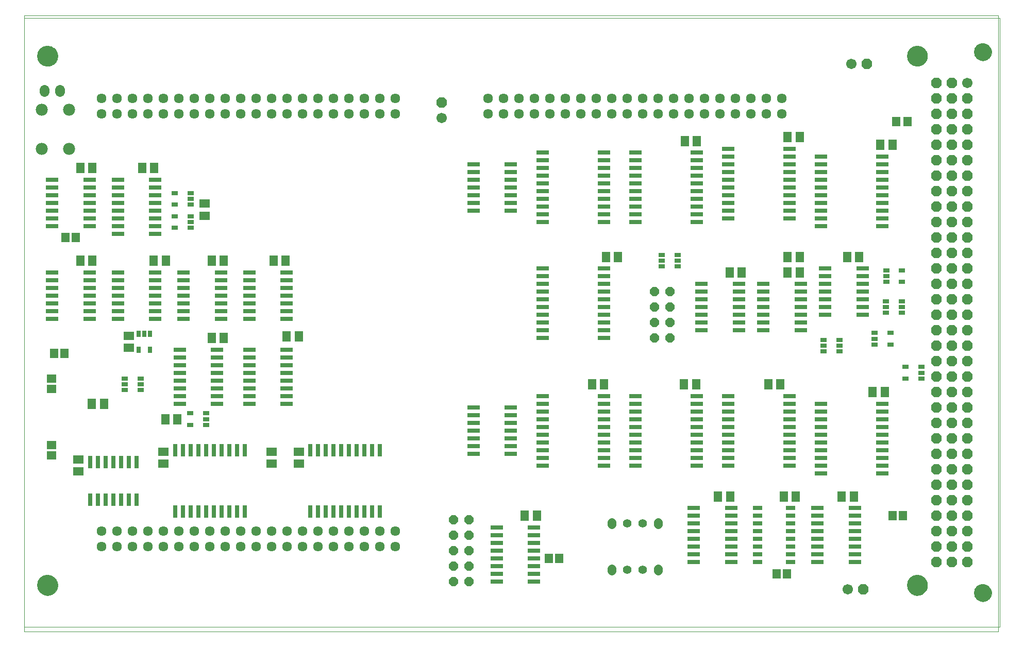
<source format=gts>
G75*
G70*
%OFA0B0*%
%FSLAX24Y24*%
%IPPOS*%
%LPD*%
%AMOC8*
5,1,8,0,0,1.08239X$1,22.5*
%
%ADD10C,0.0000*%
%ADD11R,0.0631X0.0552*%
%ADD12R,0.0552X0.0670*%
%ADD13R,0.0591X0.0276*%
%ADD14R,0.0840X0.0300*%
%ADD15C,0.0780*%
%ADD16C,0.0640*%
%ADD17OC8,0.0600*%
%ADD18R,0.0670X0.0552*%
%ADD19R,0.0552X0.0631*%
%ADD20R,0.0300X0.0840*%
%ADD21C,0.0670*%
%ADD22OC8,0.0670*%
%ADD23C,0.1140*%
%ADD24C,0.0634*%
%ADD25R,0.0430X0.0312*%
%ADD26R,0.0312X0.0430*%
%ADD27C,0.1340*%
%ADD28R,0.0433X0.0315*%
%ADD29C,0.0560*%
%ADD30C,0.0555*%
D10*
X004848Y007120D02*
X004848Y046990D01*
X067840Y046990D01*
X067840Y007120D01*
X004848Y007120D01*
X004848Y007430D02*
X004848Y046810D01*
X067948Y046810D01*
X067948Y007430D01*
X004848Y007430D01*
X005698Y010120D02*
X005700Y010170D01*
X005706Y010220D01*
X005716Y010270D01*
X005729Y010318D01*
X005746Y010366D01*
X005767Y010412D01*
X005791Y010456D01*
X005819Y010498D01*
X005850Y010538D01*
X005884Y010575D01*
X005921Y010610D01*
X005960Y010641D01*
X006001Y010670D01*
X006045Y010695D01*
X006091Y010717D01*
X006138Y010735D01*
X006186Y010749D01*
X006235Y010760D01*
X006285Y010767D01*
X006335Y010770D01*
X006386Y010769D01*
X006436Y010764D01*
X006486Y010755D01*
X006534Y010743D01*
X006582Y010726D01*
X006628Y010706D01*
X006673Y010683D01*
X006716Y010656D01*
X006756Y010626D01*
X006794Y010593D01*
X006829Y010557D01*
X006862Y010518D01*
X006891Y010477D01*
X006917Y010434D01*
X006940Y010389D01*
X006959Y010342D01*
X006974Y010294D01*
X006986Y010245D01*
X006994Y010195D01*
X006998Y010145D01*
X006998Y010095D01*
X006994Y010045D01*
X006986Y009995D01*
X006974Y009946D01*
X006959Y009898D01*
X006940Y009851D01*
X006917Y009806D01*
X006891Y009763D01*
X006862Y009722D01*
X006829Y009683D01*
X006794Y009647D01*
X006756Y009614D01*
X006716Y009584D01*
X006673Y009557D01*
X006628Y009534D01*
X006582Y009514D01*
X006534Y009497D01*
X006486Y009485D01*
X006436Y009476D01*
X006386Y009471D01*
X006335Y009470D01*
X006285Y009473D01*
X006235Y009480D01*
X006186Y009491D01*
X006138Y009505D01*
X006091Y009523D01*
X006045Y009545D01*
X006001Y009570D01*
X005960Y009599D01*
X005921Y009630D01*
X005884Y009665D01*
X005850Y009702D01*
X005819Y009742D01*
X005791Y009784D01*
X005767Y009828D01*
X005746Y009874D01*
X005729Y009922D01*
X005716Y009970D01*
X005706Y010020D01*
X005700Y010070D01*
X005698Y010120D01*
X005698Y044370D02*
X005700Y044420D01*
X005706Y044470D01*
X005716Y044520D01*
X005729Y044568D01*
X005746Y044616D01*
X005767Y044662D01*
X005791Y044706D01*
X005819Y044748D01*
X005850Y044788D01*
X005884Y044825D01*
X005921Y044860D01*
X005960Y044891D01*
X006001Y044920D01*
X006045Y044945D01*
X006091Y044967D01*
X006138Y044985D01*
X006186Y044999D01*
X006235Y045010D01*
X006285Y045017D01*
X006335Y045020D01*
X006386Y045019D01*
X006436Y045014D01*
X006486Y045005D01*
X006534Y044993D01*
X006582Y044976D01*
X006628Y044956D01*
X006673Y044933D01*
X006716Y044906D01*
X006756Y044876D01*
X006794Y044843D01*
X006829Y044807D01*
X006862Y044768D01*
X006891Y044727D01*
X006917Y044684D01*
X006940Y044639D01*
X006959Y044592D01*
X006974Y044544D01*
X006986Y044495D01*
X006994Y044445D01*
X006998Y044395D01*
X006998Y044345D01*
X006994Y044295D01*
X006986Y044245D01*
X006974Y044196D01*
X006959Y044148D01*
X006940Y044101D01*
X006917Y044056D01*
X006891Y044013D01*
X006862Y043972D01*
X006829Y043933D01*
X006794Y043897D01*
X006756Y043864D01*
X006716Y043834D01*
X006673Y043807D01*
X006628Y043784D01*
X006582Y043764D01*
X006534Y043747D01*
X006486Y043735D01*
X006436Y043726D01*
X006386Y043721D01*
X006335Y043720D01*
X006285Y043723D01*
X006235Y043730D01*
X006186Y043741D01*
X006138Y043755D01*
X006091Y043773D01*
X006045Y043795D01*
X006001Y043820D01*
X005960Y043849D01*
X005921Y043880D01*
X005884Y043915D01*
X005850Y043952D01*
X005819Y043992D01*
X005791Y044034D01*
X005767Y044078D01*
X005746Y044124D01*
X005729Y044172D01*
X005716Y044220D01*
X005706Y044270D01*
X005700Y044320D01*
X005698Y044370D01*
X061948Y044370D02*
X061950Y044420D01*
X061956Y044470D01*
X061966Y044520D01*
X061979Y044568D01*
X061996Y044616D01*
X062017Y044662D01*
X062041Y044706D01*
X062069Y044748D01*
X062100Y044788D01*
X062134Y044825D01*
X062171Y044860D01*
X062210Y044891D01*
X062251Y044920D01*
X062295Y044945D01*
X062341Y044967D01*
X062388Y044985D01*
X062436Y044999D01*
X062485Y045010D01*
X062535Y045017D01*
X062585Y045020D01*
X062636Y045019D01*
X062686Y045014D01*
X062736Y045005D01*
X062784Y044993D01*
X062832Y044976D01*
X062878Y044956D01*
X062923Y044933D01*
X062966Y044906D01*
X063006Y044876D01*
X063044Y044843D01*
X063079Y044807D01*
X063112Y044768D01*
X063141Y044727D01*
X063167Y044684D01*
X063190Y044639D01*
X063209Y044592D01*
X063224Y044544D01*
X063236Y044495D01*
X063244Y044445D01*
X063248Y044395D01*
X063248Y044345D01*
X063244Y044295D01*
X063236Y044245D01*
X063224Y044196D01*
X063209Y044148D01*
X063190Y044101D01*
X063167Y044056D01*
X063141Y044013D01*
X063112Y043972D01*
X063079Y043933D01*
X063044Y043897D01*
X063006Y043864D01*
X062966Y043834D01*
X062923Y043807D01*
X062878Y043784D01*
X062832Y043764D01*
X062784Y043747D01*
X062736Y043735D01*
X062686Y043726D01*
X062636Y043721D01*
X062585Y043720D01*
X062535Y043723D01*
X062485Y043730D01*
X062436Y043741D01*
X062388Y043755D01*
X062341Y043773D01*
X062295Y043795D01*
X062251Y043820D01*
X062210Y043849D01*
X062171Y043880D01*
X062134Y043915D01*
X062100Y043952D01*
X062069Y043992D01*
X062041Y044034D01*
X062017Y044078D01*
X061996Y044124D01*
X061979Y044172D01*
X061966Y044220D01*
X061956Y044270D01*
X061950Y044320D01*
X061948Y044370D01*
X066298Y044620D02*
X066300Y044667D01*
X066306Y044713D01*
X066316Y044759D01*
X066329Y044803D01*
X066347Y044847D01*
X066368Y044888D01*
X066392Y044928D01*
X066420Y044966D01*
X066451Y045001D01*
X066485Y045033D01*
X066521Y045062D01*
X066560Y045088D01*
X066600Y045111D01*
X066643Y045130D01*
X066687Y045146D01*
X066732Y045158D01*
X066778Y045166D01*
X066825Y045170D01*
X066871Y045170D01*
X066918Y045166D01*
X066964Y045158D01*
X067009Y045146D01*
X067053Y045130D01*
X067096Y045111D01*
X067136Y045088D01*
X067175Y045062D01*
X067211Y045033D01*
X067245Y045001D01*
X067276Y044966D01*
X067304Y044928D01*
X067328Y044888D01*
X067349Y044847D01*
X067367Y044803D01*
X067380Y044759D01*
X067390Y044713D01*
X067396Y044667D01*
X067398Y044620D01*
X067396Y044573D01*
X067390Y044527D01*
X067380Y044481D01*
X067367Y044437D01*
X067349Y044393D01*
X067328Y044352D01*
X067304Y044312D01*
X067276Y044274D01*
X067245Y044239D01*
X067211Y044207D01*
X067175Y044178D01*
X067136Y044152D01*
X067096Y044129D01*
X067053Y044110D01*
X067009Y044094D01*
X066964Y044082D01*
X066918Y044074D01*
X066871Y044070D01*
X066825Y044070D01*
X066778Y044074D01*
X066732Y044082D01*
X066687Y044094D01*
X066643Y044110D01*
X066600Y044129D01*
X066560Y044152D01*
X066521Y044178D01*
X066485Y044207D01*
X066451Y044239D01*
X066420Y044274D01*
X066392Y044312D01*
X066368Y044352D01*
X066347Y044393D01*
X066329Y044437D01*
X066316Y044481D01*
X066306Y044527D01*
X066300Y044573D01*
X066298Y044620D01*
X061948Y010120D02*
X061950Y010170D01*
X061956Y010220D01*
X061966Y010270D01*
X061979Y010318D01*
X061996Y010366D01*
X062017Y010412D01*
X062041Y010456D01*
X062069Y010498D01*
X062100Y010538D01*
X062134Y010575D01*
X062171Y010610D01*
X062210Y010641D01*
X062251Y010670D01*
X062295Y010695D01*
X062341Y010717D01*
X062388Y010735D01*
X062436Y010749D01*
X062485Y010760D01*
X062535Y010767D01*
X062585Y010770D01*
X062636Y010769D01*
X062686Y010764D01*
X062736Y010755D01*
X062784Y010743D01*
X062832Y010726D01*
X062878Y010706D01*
X062923Y010683D01*
X062966Y010656D01*
X063006Y010626D01*
X063044Y010593D01*
X063079Y010557D01*
X063112Y010518D01*
X063141Y010477D01*
X063167Y010434D01*
X063190Y010389D01*
X063209Y010342D01*
X063224Y010294D01*
X063236Y010245D01*
X063244Y010195D01*
X063248Y010145D01*
X063248Y010095D01*
X063244Y010045D01*
X063236Y009995D01*
X063224Y009946D01*
X063209Y009898D01*
X063190Y009851D01*
X063167Y009806D01*
X063141Y009763D01*
X063112Y009722D01*
X063079Y009683D01*
X063044Y009647D01*
X063006Y009614D01*
X062966Y009584D01*
X062923Y009557D01*
X062878Y009534D01*
X062832Y009514D01*
X062784Y009497D01*
X062736Y009485D01*
X062686Y009476D01*
X062636Y009471D01*
X062585Y009470D01*
X062535Y009473D01*
X062485Y009480D01*
X062436Y009491D01*
X062388Y009505D01*
X062341Y009523D01*
X062295Y009545D01*
X062251Y009570D01*
X062210Y009599D01*
X062171Y009630D01*
X062134Y009665D01*
X062100Y009702D01*
X062069Y009742D01*
X062041Y009784D01*
X062017Y009828D01*
X061996Y009874D01*
X061979Y009922D01*
X061966Y009970D01*
X061956Y010020D01*
X061950Y010070D01*
X061948Y010120D01*
X066298Y009620D02*
X066300Y009667D01*
X066306Y009713D01*
X066316Y009759D01*
X066329Y009803D01*
X066347Y009847D01*
X066368Y009888D01*
X066392Y009928D01*
X066420Y009966D01*
X066451Y010001D01*
X066485Y010033D01*
X066521Y010062D01*
X066560Y010088D01*
X066600Y010111D01*
X066643Y010130D01*
X066687Y010146D01*
X066732Y010158D01*
X066778Y010166D01*
X066825Y010170D01*
X066871Y010170D01*
X066918Y010166D01*
X066964Y010158D01*
X067009Y010146D01*
X067053Y010130D01*
X067096Y010111D01*
X067136Y010088D01*
X067175Y010062D01*
X067211Y010033D01*
X067245Y010001D01*
X067276Y009966D01*
X067304Y009928D01*
X067328Y009888D01*
X067349Y009847D01*
X067367Y009803D01*
X067380Y009759D01*
X067390Y009713D01*
X067396Y009667D01*
X067398Y009620D01*
X067396Y009573D01*
X067390Y009527D01*
X067380Y009481D01*
X067367Y009437D01*
X067349Y009393D01*
X067328Y009352D01*
X067304Y009312D01*
X067276Y009274D01*
X067245Y009239D01*
X067211Y009207D01*
X067175Y009178D01*
X067136Y009152D01*
X067096Y009129D01*
X067053Y009110D01*
X067009Y009094D01*
X066964Y009082D01*
X066918Y009074D01*
X066871Y009070D01*
X066825Y009070D01*
X066778Y009074D01*
X066732Y009082D01*
X066687Y009094D01*
X066643Y009110D01*
X066600Y009129D01*
X066560Y009152D01*
X066521Y009178D01*
X066485Y009207D01*
X066451Y009239D01*
X066420Y009274D01*
X066392Y009312D01*
X066368Y009352D01*
X066347Y009393D01*
X066329Y009437D01*
X066316Y009481D01*
X066306Y009527D01*
X066300Y009573D01*
X066298Y009620D01*
D11*
X006598Y018535D03*
X006598Y019204D03*
X006598Y022835D03*
X006598Y023504D03*
D12*
X009204Y021870D03*
X009992Y021870D03*
X013954Y020870D03*
X014742Y020870D03*
X016954Y026120D03*
X017742Y026120D03*
X021804Y026220D03*
X022592Y026220D03*
X021742Y031120D03*
X020954Y031120D03*
X017742Y031120D03*
X016954Y031120D03*
X013992Y031120D03*
X013204Y031120D03*
X009242Y031120D03*
X008454Y031120D03*
X008454Y037120D03*
X009242Y037120D03*
X012454Y037120D03*
X013242Y037120D03*
X041554Y023120D03*
X042342Y023120D03*
X047504Y023120D03*
X048292Y023120D03*
X052954Y023120D03*
X053742Y023120D03*
X059704Y022620D03*
X060492Y022620D03*
X058492Y015870D03*
X057704Y015870D03*
X054742Y015870D03*
X053954Y015870D03*
X050492Y015870D03*
X049704Y015870D03*
X037992Y014620D03*
X037204Y014620D03*
X050454Y030370D03*
X051242Y030370D03*
X054204Y030370D03*
X054992Y030370D03*
X054992Y031370D03*
X054204Y031370D03*
X058054Y031370D03*
X058842Y031370D03*
X060204Y038620D03*
X060992Y038620D03*
X054992Y039120D03*
X054204Y039120D03*
X048342Y038870D03*
X047554Y038870D03*
X043242Y031370D03*
X042454Y031370D03*
D13*
X052279Y015120D03*
X052279Y014620D03*
X052279Y014120D03*
X052279Y013620D03*
X052279Y013120D03*
X052279Y012620D03*
X052279Y012120D03*
X052279Y011620D03*
X054417Y011620D03*
X054417Y012120D03*
X054417Y012620D03*
X054417Y013120D03*
X054417Y013620D03*
X054417Y014120D03*
X054417Y014620D03*
X054417Y015120D03*
D14*
X056138Y015120D03*
X056138Y014620D03*
X056138Y014120D03*
X056138Y013620D03*
X056138Y013120D03*
X056138Y012620D03*
X056138Y012120D03*
X056138Y011620D03*
X058558Y011620D03*
X058558Y012120D03*
X058558Y012620D03*
X058558Y013120D03*
X058558Y013620D03*
X058558Y014120D03*
X058558Y014620D03*
X058558Y015120D03*
X060328Y017370D03*
X060328Y017870D03*
X060328Y018370D03*
X060328Y018870D03*
X060328Y019370D03*
X060328Y019870D03*
X060328Y020370D03*
X060328Y020870D03*
X060328Y021370D03*
X060328Y021870D03*
X056368Y021870D03*
X056368Y021370D03*
X056368Y020870D03*
X056368Y020370D03*
X056368Y019870D03*
X056368Y019370D03*
X056368Y018870D03*
X056368Y018370D03*
X056368Y017870D03*
X056368Y017370D03*
X054328Y017870D03*
X054328Y018370D03*
X054328Y018870D03*
X054328Y019370D03*
X054328Y019870D03*
X054328Y020370D03*
X054328Y020870D03*
X054328Y021370D03*
X054328Y021870D03*
X054328Y022370D03*
X050368Y022370D03*
X050368Y021870D03*
X050368Y021370D03*
X050368Y020870D03*
X050368Y020370D03*
X050368Y019870D03*
X050368Y019370D03*
X050368Y018870D03*
X050368Y018370D03*
X050368Y017870D03*
X048328Y017870D03*
X048328Y018370D03*
X048328Y018870D03*
X048328Y019370D03*
X048328Y019870D03*
X048328Y020370D03*
X048328Y020870D03*
X048328Y021370D03*
X048328Y021870D03*
X048328Y022370D03*
X044368Y022370D03*
X044368Y021870D03*
X044368Y021370D03*
X044368Y020870D03*
X044368Y020370D03*
X044368Y019870D03*
X044368Y019370D03*
X044368Y018870D03*
X044368Y018370D03*
X044368Y017870D03*
X042328Y017870D03*
X042328Y018370D03*
X042328Y018870D03*
X042328Y019370D03*
X042328Y019870D03*
X042328Y020370D03*
X042328Y020870D03*
X042328Y021370D03*
X042328Y021870D03*
X042328Y022370D03*
X038368Y022370D03*
X038368Y021870D03*
X038368Y021370D03*
X038368Y020870D03*
X038368Y020370D03*
X038368Y019870D03*
X038368Y019370D03*
X038368Y018870D03*
X038368Y018370D03*
X038368Y017870D03*
X036308Y018620D03*
X036308Y019120D03*
X036308Y019620D03*
X036308Y020120D03*
X036308Y020620D03*
X036308Y021120D03*
X036308Y021620D03*
X033888Y021620D03*
X033888Y021120D03*
X033888Y020620D03*
X033888Y020120D03*
X033888Y019620D03*
X033888Y019120D03*
X033888Y018620D03*
X035388Y013870D03*
X035388Y013370D03*
X035388Y012870D03*
X035388Y012370D03*
X035388Y011870D03*
X035388Y011370D03*
X035388Y010870D03*
X035388Y010370D03*
X037808Y010370D03*
X037808Y010870D03*
X037808Y011370D03*
X037808Y011870D03*
X037808Y012370D03*
X037808Y012870D03*
X037808Y013370D03*
X037808Y013870D03*
X048138Y014120D03*
X048138Y014620D03*
X048138Y015120D03*
X048138Y013620D03*
X048138Y013120D03*
X048138Y012620D03*
X048138Y012120D03*
X048138Y011620D03*
X050558Y011620D03*
X050558Y012120D03*
X050558Y012620D03*
X050558Y013120D03*
X050558Y013620D03*
X050558Y014120D03*
X050558Y014620D03*
X050558Y015120D03*
X042328Y026120D03*
X042328Y026620D03*
X042328Y027120D03*
X042328Y027620D03*
X042328Y028120D03*
X042328Y028620D03*
X042328Y029120D03*
X042328Y029620D03*
X042328Y030120D03*
X042328Y030620D03*
X042328Y033620D03*
X042328Y034120D03*
X042328Y034620D03*
X042328Y035120D03*
X042328Y035620D03*
X042328Y036120D03*
X042328Y036620D03*
X042328Y037120D03*
X042328Y037620D03*
X042328Y038120D03*
X044368Y038120D03*
X044368Y037620D03*
X044368Y037120D03*
X044368Y036620D03*
X044368Y036120D03*
X044368Y035620D03*
X044368Y035120D03*
X044368Y034620D03*
X044368Y034120D03*
X044368Y033620D03*
X048328Y033620D03*
X048328Y034120D03*
X048328Y034620D03*
X048328Y035120D03*
X048328Y035620D03*
X048328Y036120D03*
X048328Y036620D03*
X048328Y037120D03*
X048328Y037620D03*
X048328Y038120D03*
X050368Y038370D03*
X050368Y037870D03*
X050368Y037370D03*
X050368Y036870D03*
X050368Y036370D03*
X050368Y035870D03*
X050368Y035370D03*
X050368Y034870D03*
X050368Y034370D03*
X050368Y033870D03*
X054328Y033870D03*
X054328Y034370D03*
X054328Y034870D03*
X054328Y035370D03*
X054328Y035870D03*
X054328Y036370D03*
X054328Y036870D03*
X054328Y037370D03*
X054328Y037870D03*
X054328Y038370D03*
X056368Y037870D03*
X056368Y037370D03*
X056368Y036870D03*
X056368Y036370D03*
X056368Y035870D03*
X056368Y035370D03*
X056368Y034870D03*
X056368Y034370D03*
X056368Y033870D03*
X056368Y033370D03*
X056638Y030620D03*
X056638Y030120D03*
X056638Y029620D03*
X056638Y029120D03*
X056638Y028620D03*
X056638Y028120D03*
X056638Y027620D03*
X055058Y027620D03*
X055058Y028120D03*
X055058Y028620D03*
X055058Y029120D03*
X055058Y029620D03*
X052638Y029620D03*
X052638Y029120D03*
X052638Y028620D03*
X052638Y028120D03*
X052638Y027620D03*
X052638Y027120D03*
X052638Y026620D03*
X051058Y026620D03*
X051058Y027120D03*
X051058Y027620D03*
X051058Y028120D03*
X051058Y028620D03*
X051058Y029120D03*
X051058Y029620D03*
X048638Y029620D03*
X048638Y029120D03*
X048638Y028620D03*
X048638Y028120D03*
X048638Y027620D03*
X048638Y027120D03*
X048638Y026620D03*
X055058Y026620D03*
X055058Y027120D03*
X059058Y027620D03*
X059058Y028120D03*
X059058Y028620D03*
X059058Y029120D03*
X059058Y029620D03*
X059058Y030120D03*
X059058Y030620D03*
X060328Y033370D03*
X060328Y033870D03*
X060328Y034370D03*
X060328Y034870D03*
X060328Y035370D03*
X060328Y035870D03*
X060328Y036370D03*
X060328Y036870D03*
X060328Y037370D03*
X060328Y037870D03*
X038368Y037620D03*
X038368Y038120D03*
X038368Y037120D03*
X038368Y036620D03*
X038368Y036120D03*
X038368Y035620D03*
X038368Y035120D03*
X038368Y034620D03*
X038368Y034120D03*
X038368Y033620D03*
X036308Y034370D03*
X036308Y034870D03*
X036308Y035370D03*
X036308Y035870D03*
X036308Y036370D03*
X036308Y036870D03*
X036308Y037370D03*
X033888Y037370D03*
X033888Y036870D03*
X033888Y036370D03*
X033888Y035870D03*
X033888Y035370D03*
X033888Y034870D03*
X033888Y034370D03*
X038368Y030620D03*
X038368Y030120D03*
X038368Y029620D03*
X038368Y029120D03*
X038368Y028620D03*
X038368Y028120D03*
X038368Y027620D03*
X038368Y027120D03*
X038368Y026620D03*
X038368Y026120D03*
X021808Y025370D03*
X021808Y024870D03*
X021808Y024370D03*
X021808Y023870D03*
X021808Y023370D03*
X021808Y022870D03*
X021808Y022370D03*
X021808Y021870D03*
X019388Y021870D03*
X019388Y022370D03*
X019388Y022870D03*
X019388Y023370D03*
X019388Y023870D03*
X019388Y024370D03*
X019388Y024870D03*
X019388Y025370D03*
X017308Y025370D03*
X017308Y024870D03*
X017308Y024370D03*
X017308Y023870D03*
X017308Y023370D03*
X017308Y022870D03*
X017308Y022370D03*
X017308Y021870D03*
X014888Y021870D03*
X014888Y022370D03*
X014888Y022870D03*
X014888Y023370D03*
X014888Y023870D03*
X014888Y024370D03*
X014888Y024870D03*
X014888Y025370D03*
X015138Y027370D03*
X015138Y027870D03*
X015138Y028370D03*
X015138Y028870D03*
X015138Y029370D03*
X015138Y029870D03*
X015138Y030370D03*
X013308Y030370D03*
X013308Y029870D03*
X013308Y029370D03*
X013308Y028870D03*
X013308Y028370D03*
X013308Y027870D03*
X013308Y027370D03*
X010888Y027370D03*
X010888Y027870D03*
X010888Y028370D03*
X010888Y028870D03*
X010888Y029370D03*
X010888Y029870D03*
X010888Y030370D03*
X009058Y030370D03*
X009058Y029870D03*
X009058Y029370D03*
X009058Y028870D03*
X009058Y028370D03*
X009058Y027870D03*
X009058Y027370D03*
X006638Y027370D03*
X006638Y027870D03*
X006638Y028370D03*
X006638Y028870D03*
X006638Y029370D03*
X006638Y029870D03*
X006638Y030370D03*
X006638Y033370D03*
X006638Y033870D03*
X006638Y034370D03*
X006638Y034870D03*
X006638Y035370D03*
X006638Y035870D03*
X006638Y036370D03*
X009058Y036370D03*
X009058Y035870D03*
X009058Y035370D03*
X009058Y034870D03*
X009058Y034370D03*
X009058Y033870D03*
X009058Y033370D03*
X010888Y033370D03*
X010888Y033870D03*
X010888Y034370D03*
X010888Y034870D03*
X010888Y035370D03*
X010888Y035870D03*
X010888Y036370D03*
X013308Y036370D03*
X013308Y035870D03*
X013308Y035370D03*
X013308Y034870D03*
X013308Y034370D03*
X013308Y033870D03*
X013308Y033370D03*
X013308Y032870D03*
X010888Y032870D03*
X017558Y030370D03*
X017558Y029870D03*
X017558Y029370D03*
X017558Y028870D03*
X017558Y028370D03*
X017558Y027870D03*
X017558Y027370D03*
X019388Y027370D03*
X019388Y027870D03*
X019388Y028370D03*
X019388Y028870D03*
X019388Y029370D03*
X019388Y029870D03*
X019388Y030370D03*
X021808Y030370D03*
X021808Y029870D03*
X021808Y029370D03*
X021808Y028870D03*
X021808Y028370D03*
X021808Y027870D03*
X021808Y027370D03*
D15*
X007738Y038340D03*
X005958Y038340D03*
X005958Y040900D03*
X007738Y040900D03*
D16*
X007148Y042045D02*
X007148Y042195D01*
X006148Y042195D02*
X006148Y042045D01*
D17*
X032598Y014370D03*
X033598Y014370D03*
X033598Y013370D03*
X032598Y013370D03*
X032598Y012370D03*
X033598Y012370D03*
X033598Y011370D03*
X033598Y010370D03*
X032598Y010370D03*
X032598Y011370D03*
X045598Y026120D03*
X046598Y026120D03*
X046598Y027120D03*
X046598Y028120D03*
X045598Y028120D03*
X045598Y027120D03*
X045598Y029120D03*
X046598Y029120D03*
D18*
X022598Y018763D03*
X022598Y017976D03*
X020848Y017976D03*
X020848Y018763D03*
X013848Y018763D03*
X013848Y017976D03*
X008348Y018263D03*
X008348Y017476D03*
X011598Y025476D03*
X011598Y026263D03*
X016498Y034026D03*
X016498Y034813D03*
D19*
X008183Y032620D03*
X007513Y032620D03*
X007433Y025120D03*
X006763Y025120D03*
X038763Y011870D03*
X039433Y011870D03*
X053513Y010870D03*
X054183Y010870D03*
X061013Y014620D03*
X061683Y014620D03*
X061972Y040120D03*
X061224Y040120D03*
D20*
X027848Y018850D03*
X027348Y018850D03*
X026848Y018850D03*
X026348Y018850D03*
X025848Y018850D03*
X025348Y018850D03*
X024848Y018850D03*
X024348Y018850D03*
X023848Y018850D03*
X023348Y018850D03*
X019098Y018850D03*
X018598Y018850D03*
X018098Y018850D03*
X017598Y018850D03*
X017098Y018850D03*
X016598Y018850D03*
X016098Y018850D03*
X015598Y018850D03*
X015098Y018850D03*
X014598Y018850D03*
X012098Y018080D03*
X011598Y018080D03*
X011098Y018080D03*
X010598Y018080D03*
X010098Y018080D03*
X009598Y018080D03*
X009098Y018080D03*
X009098Y015660D03*
X009598Y015660D03*
X010098Y015660D03*
X010598Y015660D03*
X011098Y015660D03*
X011598Y015660D03*
X012098Y015660D03*
X014598Y014890D03*
X015098Y014890D03*
X015598Y014890D03*
X016098Y014890D03*
X016598Y014890D03*
X017098Y014890D03*
X017598Y014890D03*
X018098Y014890D03*
X018598Y014890D03*
X019098Y014890D03*
X023348Y014890D03*
X023848Y014890D03*
X024348Y014890D03*
X024848Y014890D03*
X025348Y014890D03*
X025848Y014890D03*
X026348Y014890D03*
X026848Y014890D03*
X027348Y014890D03*
X027848Y014890D03*
D21*
X058098Y009870D03*
X031848Y040370D03*
X058348Y043870D03*
X065848Y042620D03*
D22*
X064848Y042620D03*
X063848Y042620D03*
X063848Y041620D03*
X064848Y041620D03*
X065848Y041620D03*
X065848Y040620D03*
X064848Y040620D03*
X064848Y039620D03*
X065848Y039620D03*
X065848Y038620D03*
X064848Y038620D03*
X063848Y038620D03*
X063848Y039620D03*
X063848Y040620D03*
X063848Y037620D03*
X064848Y037620D03*
X065848Y037620D03*
X065848Y036620D03*
X064848Y036620D03*
X063848Y036620D03*
X063848Y035620D03*
X064848Y035620D03*
X065848Y035620D03*
X065848Y034620D03*
X064848Y034620D03*
X063848Y034620D03*
X063848Y033620D03*
X063848Y032620D03*
X064848Y032620D03*
X064848Y033620D03*
X065848Y033620D03*
X065848Y032620D03*
X065848Y031620D03*
X064848Y031620D03*
X063848Y031620D03*
X063848Y030620D03*
X064848Y030620D03*
X065848Y030620D03*
X065848Y029620D03*
X064848Y029620D03*
X063848Y029620D03*
X063848Y028620D03*
X064848Y028620D03*
X065848Y028620D03*
X065848Y027620D03*
X064848Y027620D03*
X064848Y026620D03*
X065848Y026620D03*
X065848Y025620D03*
X064848Y025620D03*
X063848Y025620D03*
X063848Y026620D03*
X063848Y027620D03*
X063848Y024620D03*
X064848Y024620D03*
X065848Y024620D03*
X065848Y023620D03*
X064848Y023620D03*
X063848Y023620D03*
X063848Y022620D03*
X064848Y022620D03*
X065848Y022620D03*
X065848Y021620D03*
X064848Y021620D03*
X064848Y020620D03*
X065848Y020620D03*
X065848Y019620D03*
X064848Y019620D03*
X063848Y019620D03*
X063848Y020620D03*
X063848Y021620D03*
X063848Y018620D03*
X064848Y018620D03*
X065848Y018620D03*
X065848Y017620D03*
X064848Y017620D03*
X063848Y017620D03*
X063848Y016620D03*
X064848Y016620D03*
X065848Y016620D03*
X065848Y015620D03*
X064848Y015620D03*
X063848Y015620D03*
X063848Y014620D03*
X063848Y013620D03*
X064848Y013620D03*
X064848Y014620D03*
X065848Y014620D03*
X065848Y013620D03*
X065848Y012620D03*
X064848Y012620D03*
X063848Y012620D03*
X063848Y011620D03*
X064848Y011620D03*
X065848Y011620D03*
X059098Y009870D03*
X031848Y041370D03*
X059348Y043870D03*
D23*
X066848Y044620D03*
X066848Y009620D03*
D24*
X028848Y012620D03*
X027848Y012620D03*
X027848Y013620D03*
X028848Y013620D03*
X026848Y013620D03*
X025848Y013620D03*
X024848Y013620D03*
X023848Y013620D03*
X022848Y013620D03*
X021848Y013620D03*
X020848Y013620D03*
X019848Y013620D03*
X018848Y013620D03*
X017848Y013620D03*
X016848Y013620D03*
X015848Y013620D03*
X014848Y013620D03*
X013848Y013620D03*
X012848Y013620D03*
X011848Y013620D03*
X010848Y013620D03*
X009848Y013620D03*
X009848Y012620D03*
X010848Y012620D03*
X011848Y012620D03*
X012848Y012620D03*
X013848Y012620D03*
X014848Y012620D03*
X015848Y012620D03*
X016848Y012620D03*
X017848Y012620D03*
X018848Y012620D03*
X019848Y012620D03*
X020848Y012620D03*
X021848Y012620D03*
X022848Y012620D03*
X023848Y012620D03*
X024848Y012620D03*
X025848Y012620D03*
X026848Y012620D03*
X026848Y040620D03*
X025848Y040620D03*
X024848Y040620D03*
X024848Y041620D03*
X025848Y041620D03*
X026848Y041620D03*
X027848Y041620D03*
X028848Y041620D03*
X028848Y040620D03*
X027848Y040620D03*
X023848Y040620D03*
X022848Y040620D03*
X022848Y041620D03*
X023848Y041620D03*
X021848Y041620D03*
X020848Y041620D03*
X019848Y041620D03*
X018848Y041620D03*
X017848Y041620D03*
X016848Y041620D03*
X015848Y041620D03*
X014848Y041620D03*
X013848Y041620D03*
X012848Y041620D03*
X011848Y041620D03*
X010848Y041620D03*
X009848Y041620D03*
X009848Y040620D03*
X010848Y040620D03*
X011848Y040620D03*
X012848Y040620D03*
X013848Y040620D03*
X014848Y040620D03*
X015848Y040620D03*
X016848Y040620D03*
X017848Y040620D03*
X018848Y040620D03*
X019848Y040620D03*
X020848Y040620D03*
X021848Y040620D03*
X034848Y040620D03*
X035848Y040620D03*
X036848Y040620D03*
X036848Y041620D03*
X035848Y041620D03*
X034848Y041620D03*
X037848Y041620D03*
X038848Y041620D03*
X039848Y041620D03*
X040848Y041620D03*
X041848Y041620D03*
X042848Y041620D03*
X043848Y041620D03*
X044848Y041620D03*
X045848Y041620D03*
X046848Y041620D03*
X047848Y041620D03*
X048848Y041620D03*
X049848Y041620D03*
X050848Y041620D03*
X051848Y041620D03*
X052848Y041620D03*
X053848Y041620D03*
X053848Y040620D03*
X052848Y040620D03*
X051848Y040620D03*
X050848Y040620D03*
X049848Y040620D03*
X048848Y040620D03*
X047848Y040620D03*
X046848Y040620D03*
X045848Y040620D03*
X044848Y040620D03*
X043848Y040620D03*
X042848Y040620D03*
X041848Y040620D03*
X040848Y040620D03*
X039848Y040620D03*
X038848Y040620D03*
X037848Y040620D03*
D25*
X059840Y026444D03*
X059840Y026070D03*
X059840Y025696D03*
X060860Y025696D03*
X060860Y026444D03*
X061836Y024244D03*
X061836Y023496D03*
X062856Y023496D03*
X062856Y023870D03*
X062856Y024244D03*
X061610Y029746D03*
X060590Y029746D03*
X060590Y030120D03*
X060590Y030494D03*
X061610Y030494D03*
X016606Y021244D03*
X016606Y020870D03*
X016606Y020496D03*
X015586Y020496D03*
X015586Y021244D03*
X015606Y033246D03*
X015606Y033620D03*
X015606Y033994D03*
X014586Y033994D03*
X014586Y033246D03*
X014586Y034746D03*
X014586Y035494D03*
X015606Y035494D03*
X015606Y035120D03*
X015606Y034746D03*
D26*
X012972Y026377D03*
X012598Y026377D03*
X012224Y026377D03*
X012224Y025358D03*
X012972Y025358D03*
D27*
X006348Y010120D03*
X006348Y044370D03*
X062598Y044370D03*
X062598Y010120D03*
D28*
X057560Y025246D03*
X057560Y025620D03*
X057560Y025994D03*
X056536Y025994D03*
X056536Y025620D03*
X056536Y025246D03*
X060586Y027746D03*
X060586Y028120D03*
X060586Y028494D03*
X061610Y028494D03*
X061610Y028120D03*
X061610Y027746D03*
X047110Y030746D03*
X047110Y031120D03*
X047110Y031494D03*
X046086Y031494D03*
X046086Y031120D03*
X046086Y030746D03*
X012360Y023494D03*
X012360Y023120D03*
X012360Y022746D03*
X011336Y022746D03*
X011336Y023120D03*
X011336Y023494D03*
D29*
X042848Y014185D02*
X042848Y014055D01*
X045848Y014055D02*
X045848Y014185D01*
X045848Y011185D02*
X045848Y011055D01*
X042848Y011055D02*
X042848Y011185D01*
D30*
X043848Y011120D03*
X044848Y011120D03*
X044848Y014120D03*
X043848Y014120D03*
M02*

</source>
